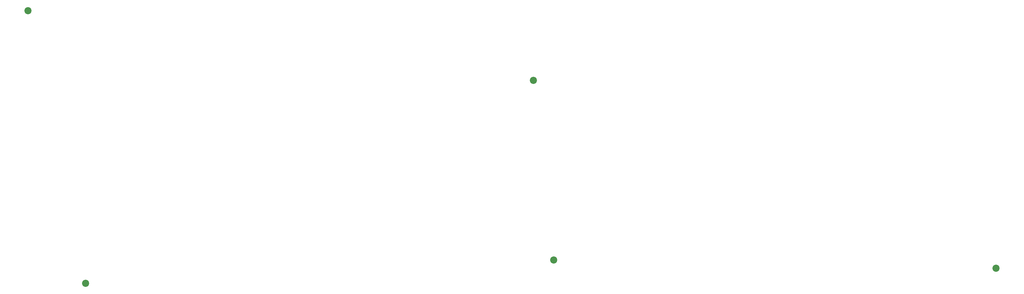
<source format=gbs>
G04 #@! TF.GenerationSoftware,KiCad,Pcbnew,(5.1.9)-1*
G04 #@! TF.CreationDate,2021-05-31T03:35:19+01:00*
G04 #@! TF.ProjectId,EnvKB65-SwitchPlate,456e764b-4236-4352-9d53-776974636850,rev?*
G04 #@! TF.SameCoordinates,Original*
G04 #@! TF.FileFunction,Soldermask,Bot*
G04 #@! TF.FilePolarity,Negative*
%FSLAX46Y46*%
G04 Gerber Fmt 4.6, Leading zero omitted, Abs format (unit mm)*
G04 Created by KiCad (PCBNEW (5.1.9)-1) date 2021-05-31 03:35:19*
%MOMM*%
%LPD*%
G01*
G04 APERTURE LIST*
%ADD10C,2.200000*%
G04 APERTURE END LIST*
D10*
X69000250Y-101000000D03*
X86800250Y-185220000D03*
X367750250Y-180500000D03*
X231250250Y-178000000D03*
X225000250Y-122500000D03*
M02*

</source>
